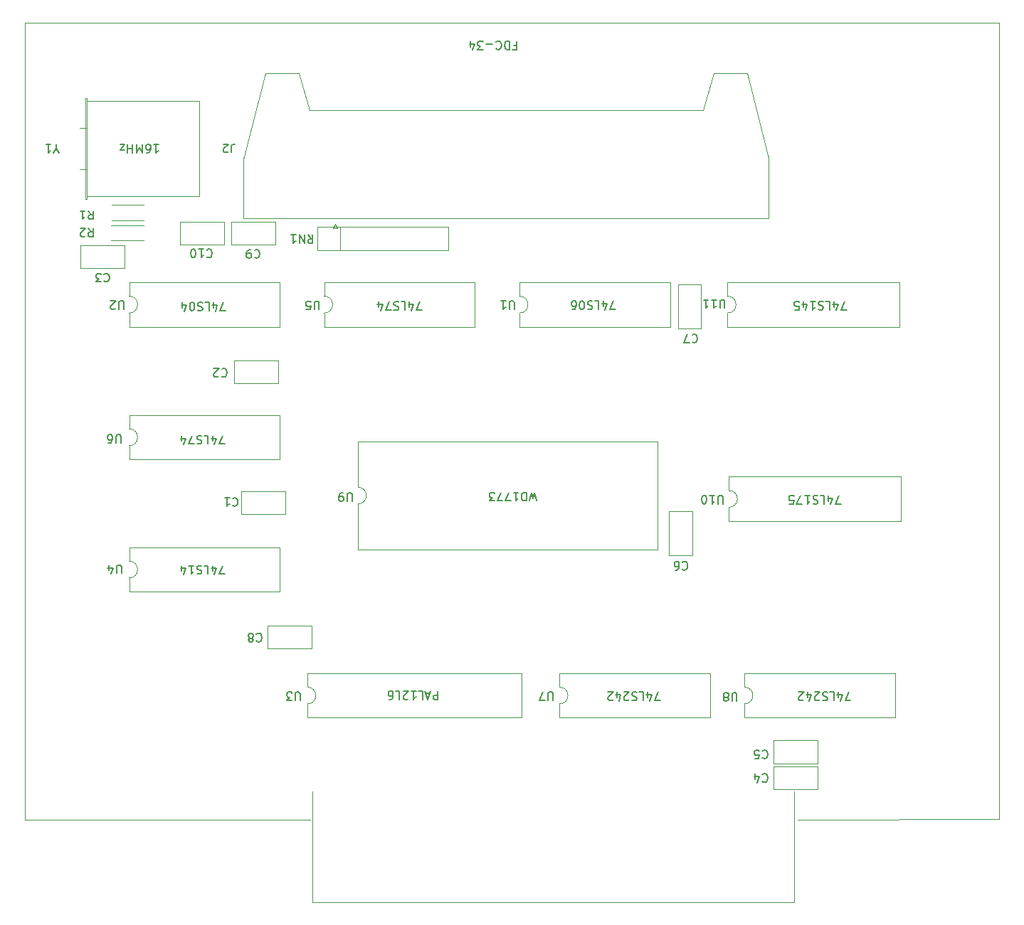
<source format=gbr>
G04 #@! TF.GenerationSoftware,KiCad,Pcbnew,(5.1.2-1)-1*
G04 #@! TF.CreationDate,2021-06-01T15:31:26+01:00*
G04 #@! TF.ProjectId,SFD800,53464438-3030-42e6-9b69-6361645f7063,rev?*
G04 #@! TF.SameCoordinates,Original*
G04 #@! TF.FileFunction,Legend,Top*
G04 #@! TF.FilePolarity,Positive*
%FSLAX46Y46*%
G04 Gerber Fmt 4.6, Leading zero omitted, Abs format (unit mm)*
G04 Created by KiCad (PCBNEW (5.1.2-1)-1) date 2021-06-01 15:31:26*
%MOMM*%
%LPD*%
G04 APERTURE LIST*
%ADD10C,0.120000*%
%ADD11C,0.100000*%
%ADD12C,0.150000*%
G04 APERTURE END LIST*
D10*
X215950000Y-134930000D02*
X192020000Y-134950000D01*
X215940000Y-40070000D02*
X215950000Y-134930000D01*
X100060000Y-40050000D02*
X215940000Y-40070000D01*
X100060000Y-134970000D02*
X100060000Y-40050000D01*
X134020000Y-134970000D02*
X100060000Y-134970000D01*
X137254000Y-64540000D02*
X137000000Y-64032000D01*
X136746000Y-64540000D02*
X137254000Y-64540000D01*
X137000000Y-64032000D02*
X136746000Y-64540000D01*
X126050000Y-63400000D02*
X126050000Y-56300000D01*
X188550000Y-63400000D02*
X188550000Y-56200000D01*
X188550000Y-56200000D02*
X186000000Y-46050000D01*
X186000000Y-46050000D02*
X182050000Y-46050000D01*
X182050000Y-46050000D02*
X180750000Y-50500000D01*
X180750000Y-50500000D02*
X133900000Y-50500000D01*
X133900000Y-50500000D02*
X132650000Y-46050000D01*
X132650000Y-46050000D02*
X128650000Y-46050000D01*
X128650000Y-46050000D02*
X126050000Y-56300000D01*
X188550000Y-63390000D02*
X126090000Y-63390000D01*
D11*
X134250400Y-131601600D02*
X134250400Y-144848400D01*
X134252800Y-144848400D02*
X191552800Y-144848400D01*
X191552800Y-131601600D02*
X191552800Y-144848400D01*
D10*
X107400000Y-49050000D02*
X107400000Y-61050000D01*
X107280000Y-49050000D02*
X107400000Y-49050000D01*
X107280000Y-61050000D02*
X107280000Y-49050000D01*
X107400000Y-61050000D02*
X107280000Y-61050000D01*
X106550000Y-52600000D02*
X106550000Y-52600000D01*
X107400000Y-52600000D02*
X106550000Y-52600000D01*
X106550000Y-57500000D02*
X106550000Y-57500000D01*
X107400000Y-57500000D02*
X106550000Y-57500000D01*
X107400000Y-49400000D02*
X107400000Y-60700000D01*
X120800000Y-49400000D02*
X107400000Y-49400000D01*
X120800000Y-60700000D02*
X120800000Y-49400000D01*
X107400000Y-60700000D02*
X120800000Y-60700000D01*
X183670000Y-70990000D02*
X183670000Y-72640000D01*
X204110000Y-70990000D02*
X183670000Y-70990000D01*
X204110000Y-76290000D02*
X204110000Y-70990000D01*
X183670000Y-76290000D02*
X204110000Y-76290000D01*
X183670000Y-74640000D02*
X183670000Y-76290000D01*
X183670000Y-72640000D02*
G75*
G02X183670000Y-74640000I0J-1000000D01*
G01*
X183830000Y-94130000D02*
X183830000Y-95780000D01*
X204270000Y-94130000D02*
X183830000Y-94130000D01*
X204270000Y-99430000D02*
X204270000Y-94130000D01*
X183830000Y-99430000D02*
X204270000Y-99430000D01*
X183830000Y-97780000D02*
X183830000Y-99430000D01*
X183830000Y-95780000D02*
G75*
G02X183830000Y-97780000I0J-1000000D01*
G01*
X139670000Y-89920000D02*
X139670000Y-95380000D01*
X175350000Y-89920000D02*
X139670000Y-89920000D01*
X175350000Y-102840000D02*
X175350000Y-89920000D01*
X139670000Y-102840000D02*
X175350000Y-102840000D01*
X139670000Y-97380000D02*
X139670000Y-102840000D01*
X139670000Y-95380000D02*
G75*
G02X139670000Y-97380000I0J-1000000D01*
G01*
X185670000Y-117540000D02*
X185670000Y-119190000D01*
X203570000Y-117540000D02*
X185670000Y-117540000D01*
X203570000Y-122840000D02*
X203570000Y-117540000D01*
X185670000Y-122840000D02*
X203570000Y-122840000D01*
X185670000Y-121190000D02*
X185670000Y-122840000D01*
X185670000Y-119190000D02*
G75*
G02X185670000Y-121190000I0J-1000000D01*
G01*
X163670000Y-117540000D02*
X163670000Y-119190000D01*
X181570000Y-117540000D02*
X163670000Y-117540000D01*
X181570000Y-122840000D02*
X181570000Y-117540000D01*
X163670000Y-122840000D02*
X181570000Y-122840000D01*
X163670000Y-121190000D02*
X163670000Y-122840000D01*
X163670000Y-119190000D02*
G75*
G02X163670000Y-121190000I0J-1000000D01*
G01*
X112470000Y-86790000D02*
X112470000Y-88440000D01*
X130370000Y-86790000D02*
X112470000Y-86790000D01*
X130370000Y-92090000D02*
X130370000Y-86790000D01*
X112470000Y-92090000D02*
X130370000Y-92090000D01*
X112470000Y-90440000D02*
X112470000Y-92090000D01*
X112470000Y-88440000D02*
G75*
G02X112470000Y-90440000I0J-1000000D01*
G01*
X135670000Y-70990000D02*
X135670000Y-72640000D01*
X153570000Y-70990000D02*
X135670000Y-70990000D01*
X153570000Y-76290000D02*
X153570000Y-70990000D01*
X135670000Y-76290000D02*
X153570000Y-76290000D01*
X135670000Y-74640000D02*
X135670000Y-76290000D01*
X135670000Y-72640000D02*
G75*
G02X135670000Y-74640000I0J-1000000D01*
G01*
X112470000Y-102540000D02*
X112470000Y-104190000D01*
X130370000Y-102540000D02*
X112470000Y-102540000D01*
X130370000Y-107840000D02*
X130370000Y-102540000D01*
X112470000Y-107840000D02*
X130370000Y-107840000D01*
X112470000Y-106190000D02*
X112470000Y-107840000D01*
X112470000Y-104190000D02*
G75*
G02X112470000Y-106190000I0J-1000000D01*
G01*
X133670000Y-117540000D02*
X133670000Y-119190000D01*
X159190000Y-117540000D02*
X133670000Y-117540000D01*
X159190000Y-122840000D02*
X159190000Y-117540000D01*
X133670000Y-122840000D02*
X159190000Y-122840000D01*
X133670000Y-121190000D02*
X133670000Y-122840000D01*
X133670000Y-119190000D02*
G75*
G02X133670000Y-121190000I0J-1000000D01*
G01*
X112470000Y-70990000D02*
X112470000Y-72640000D01*
X130370000Y-70990000D02*
X112470000Y-70990000D01*
X130370000Y-76290000D02*
X130370000Y-70990000D01*
X112470000Y-76290000D02*
X130370000Y-76290000D01*
X112470000Y-74640000D02*
X112470000Y-76290000D01*
X112470000Y-72640000D02*
G75*
G02X112470000Y-74640000I0J-1000000D01*
G01*
X158920000Y-70990000D02*
X158920000Y-72640000D01*
X176820000Y-70990000D02*
X158920000Y-70990000D01*
X176820000Y-76290000D02*
X176820000Y-70990000D01*
X158920000Y-76290000D02*
X176820000Y-76290000D01*
X158920000Y-74640000D02*
X158920000Y-76290000D01*
X158920000Y-72640000D02*
G75*
G02X158920000Y-74640000I0J-1000000D01*
G01*
X137540000Y-64410000D02*
X137540000Y-67210000D01*
X150410000Y-64410000D02*
X134830000Y-64410000D01*
X150410000Y-67210000D02*
X150410000Y-64410000D01*
X134830000Y-67210000D02*
X150410000Y-67210000D01*
X134830000Y-64410000D02*
X134830000Y-67210000D01*
X110330000Y-66030000D02*
X114170000Y-66030000D01*
X110330000Y-64190000D02*
X114170000Y-64190000D01*
X110350000Y-63590000D02*
X114190000Y-63590000D01*
X110350000Y-61750000D02*
X114190000Y-61750000D01*
X123730000Y-63770000D02*
X123730000Y-66510000D01*
X118490000Y-63770000D02*
X118490000Y-66510000D01*
X118490000Y-66510000D02*
X123730000Y-66510000D01*
X118490000Y-63770000D02*
X123730000Y-63770000D01*
X129880000Y-63750000D02*
X129880000Y-66490000D01*
X124640000Y-63750000D02*
X124640000Y-66490000D01*
X124640000Y-66490000D02*
X129880000Y-66490000D01*
X124640000Y-63750000D02*
X129880000Y-63750000D01*
X134160000Y-111860000D02*
X134160000Y-114600000D01*
X128920000Y-111860000D02*
X128920000Y-114600000D01*
X128920000Y-114600000D02*
X134160000Y-114600000D01*
X128920000Y-111860000D02*
X134160000Y-111860000D01*
X177770000Y-71250000D02*
X180510000Y-71250000D01*
X177770000Y-76490000D02*
X180510000Y-76490000D01*
X180510000Y-76490000D02*
X180510000Y-71250000D01*
X177770000Y-76490000D02*
X177770000Y-71250000D01*
X179460000Y-103490000D02*
X176720000Y-103490000D01*
X179460000Y-98250000D02*
X176720000Y-98250000D01*
X176720000Y-98250000D02*
X176720000Y-103490000D01*
X179460000Y-98250000D02*
X179460000Y-103490000D01*
X194340000Y-125540000D02*
X194340000Y-128280000D01*
X189100000Y-125540000D02*
X189100000Y-128280000D01*
X189100000Y-128280000D02*
X194340000Y-128280000D01*
X189100000Y-125540000D02*
X194340000Y-125540000D01*
X194360000Y-128600000D02*
X194360000Y-131340000D01*
X189120000Y-128600000D02*
X189120000Y-131340000D01*
X189120000Y-131340000D02*
X194360000Y-131340000D01*
X189120000Y-128600000D02*
X194360000Y-128600000D01*
X111910000Y-66560000D02*
X111910000Y-69300000D01*
X106670000Y-66560000D02*
X106670000Y-69300000D01*
X106670000Y-69300000D02*
X111910000Y-69300000D01*
X106670000Y-66560000D02*
X111910000Y-66560000D01*
X130170000Y-80290000D02*
X130170000Y-83030000D01*
X124930000Y-80290000D02*
X124930000Y-83030000D01*
X124930000Y-83030000D02*
X130170000Y-83030000D01*
X124930000Y-80290000D02*
X130170000Y-80290000D01*
X125810000Y-98580000D02*
X125810000Y-95840000D01*
X131050000Y-98580000D02*
X131050000Y-95840000D01*
X131050000Y-95840000D02*
X125810000Y-95840000D01*
X131050000Y-98580000D02*
X125810000Y-98580000D01*
D12*
X124643333Y-55527619D02*
X124643333Y-54813333D01*
X124690952Y-54670476D01*
X124786190Y-54575238D01*
X124929047Y-54527619D01*
X125024285Y-54527619D01*
X124214761Y-55432380D02*
X124167142Y-55480000D01*
X124071904Y-55527619D01*
X123833809Y-55527619D01*
X123738571Y-55480000D01*
X123690952Y-55432380D01*
X123643333Y-55337142D01*
X123643333Y-55241904D01*
X123690952Y-55099047D01*
X124262380Y-54527619D01*
X123643333Y-54527619D01*
X158228571Y-42781428D02*
X158561904Y-42781428D01*
X158561904Y-42257619D02*
X158561904Y-43257619D01*
X158085714Y-43257619D01*
X157704761Y-42257619D02*
X157704761Y-43257619D01*
X157466666Y-43257619D01*
X157323809Y-43210000D01*
X157228571Y-43114761D01*
X157180952Y-43019523D01*
X157133333Y-42829047D01*
X157133333Y-42686190D01*
X157180952Y-42495714D01*
X157228571Y-42400476D01*
X157323809Y-42305238D01*
X157466666Y-42257619D01*
X157704761Y-42257619D01*
X156133333Y-42352857D02*
X156180952Y-42305238D01*
X156323809Y-42257619D01*
X156419047Y-42257619D01*
X156561904Y-42305238D01*
X156657142Y-42400476D01*
X156704761Y-42495714D01*
X156752380Y-42686190D01*
X156752380Y-42829047D01*
X156704761Y-43019523D01*
X156657142Y-43114761D01*
X156561904Y-43210000D01*
X156419047Y-43257619D01*
X156323809Y-43257619D01*
X156180952Y-43210000D01*
X156133333Y-43162380D01*
X155704761Y-42638571D02*
X154942857Y-42638571D01*
X154561904Y-43257619D02*
X153942857Y-43257619D01*
X154276190Y-42876666D01*
X154133333Y-42876666D01*
X154038095Y-42829047D01*
X153990476Y-42781428D01*
X153942857Y-42686190D01*
X153942857Y-42448095D01*
X153990476Y-42352857D01*
X154038095Y-42305238D01*
X154133333Y-42257619D01*
X154419047Y-42257619D01*
X154514285Y-42305238D01*
X154561904Y-42352857D01*
X153085714Y-42924285D02*
X153085714Y-42257619D01*
X153323809Y-43305238D02*
X153561904Y-42590952D01*
X152942857Y-42590952D01*
X103766190Y-55073809D02*
X103766190Y-54597619D01*
X104099523Y-55597619D02*
X103766190Y-55073809D01*
X103432857Y-55597619D01*
X102575714Y-54597619D02*
X103147142Y-54597619D01*
X102861428Y-54597619D02*
X102861428Y-55597619D01*
X102956666Y-55454761D01*
X103051904Y-55359523D01*
X103147142Y-55311904D01*
X115390476Y-54577619D02*
X115961904Y-54577619D01*
X115676190Y-54577619D02*
X115676190Y-55577619D01*
X115771428Y-55434761D01*
X115866666Y-55339523D01*
X115961904Y-55291904D01*
X114533333Y-55577619D02*
X114723809Y-55577619D01*
X114819047Y-55530000D01*
X114866666Y-55482380D01*
X114961904Y-55339523D01*
X115009523Y-55149047D01*
X115009523Y-54768095D01*
X114961904Y-54672857D01*
X114914285Y-54625238D01*
X114819047Y-54577619D01*
X114628571Y-54577619D01*
X114533333Y-54625238D01*
X114485714Y-54672857D01*
X114438095Y-54768095D01*
X114438095Y-55006190D01*
X114485714Y-55101428D01*
X114533333Y-55149047D01*
X114628571Y-55196666D01*
X114819047Y-55196666D01*
X114914285Y-55149047D01*
X114961904Y-55101428D01*
X115009523Y-55006190D01*
X114009523Y-54577619D02*
X114009523Y-55577619D01*
X113676190Y-54863333D01*
X113342857Y-55577619D01*
X113342857Y-54577619D01*
X112866666Y-54577619D02*
X112866666Y-55577619D01*
X112866666Y-55101428D02*
X112295238Y-55101428D01*
X112295238Y-54577619D02*
X112295238Y-55577619D01*
X111914285Y-55244285D02*
X111390476Y-55244285D01*
X111914285Y-54577619D01*
X111390476Y-54577619D01*
X183328095Y-74057619D02*
X183328095Y-73248095D01*
X183280476Y-73152857D01*
X183232857Y-73105238D01*
X183137619Y-73057619D01*
X182947142Y-73057619D01*
X182851904Y-73105238D01*
X182804285Y-73152857D01*
X182756666Y-73248095D01*
X182756666Y-74057619D01*
X181756666Y-73057619D02*
X182328095Y-73057619D01*
X182042380Y-73057619D02*
X182042380Y-74057619D01*
X182137619Y-73914761D01*
X182232857Y-73819523D01*
X182328095Y-73771904D01*
X180804285Y-73057619D02*
X181375714Y-73057619D01*
X181090000Y-73057619D02*
X181090000Y-74057619D01*
X181185238Y-73914761D01*
X181280476Y-73819523D01*
X181375714Y-73771904D01*
X197819047Y-74247619D02*
X197152380Y-74247619D01*
X197580952Y-73247619D01*
X196342857Y-73914285D02*
X196342857Y-73247619D01*
X196580952Y-74295238D02*
X196819047Y-73580952D01*
X196200000Y-73580952D01*
X195342857Y-73247619D02*
X195819047Y-73247619D01*
X195819047Y-74247619D01*
X195057142Y-73295238D02*
X194914285Y-73247619D01*
X194676190Y-73247619D01*
X194580952Y-73295238D01*
X194533333Y-73342857D01*
X194485714Y-73438095D01*
X194485714Y-73533333D01*
X194533333Y-73628571D01*
X194580952Y-73676190D01*
X194676190Y-73723809D01*
X194866666Y-73771428D01*
X194961904Y-73819047D01*
X195009523Y-73866666D01*
X195057142Y-73961904D01*
X195057142Y-74057142D01*
X195009523Y-74152380D01*
X194961904Y-74200000D01*
X194866666Y-74247619D01*
X194628571Y-74247619D01*
X194485714Y-74200000D01*
X193533333Y-73247619D02*
X194104761Y-73247619D01*
X193819047Y-73247619D02*
X193819047Y-74247619D01*
X193914285Y-74104761D01*
X194009523Y-74009523D01*
X194104761Y-73961904D01*
X192676190Y-73914285D02*
X192676190Y-73247619D01*
X192914285Y-74295238D02*
X193152380Y-73580952D01*
X192533333Y-73580952D01*
X191676190Y-74247619D02*
X192152380Y-74247619D01*
X192200000Y-73771428D01*
X192152380Y-73819047D01*
X192057142Y-73866666D01*
X191819047Y-73866666D01*
X191723809Y-73819047D01*
X191676190Y-73771428D01*
X191628571Y-73676190D01*
X191628571Y-73438095D01*
X191676190Y-73342857D01*
X191723809Y-73295238D01*
X191819047Y-73247619D01*
X192057142Y-73247619D01*
X192152380Y-73295238D01*
X192200000Y-73342857D01*
X183108095Y-97357619D02*
X183108095Y-96548095D01*
X183060476Y-96452857D01*
X183012857Y-96405238D01*
X182917619Y-96357619D01*
X182727142Y-96357619D01*
X182631904Y-96405238D01*
X182584285Y-96452857D01*
X182536666Y-96548095D01*
X182536666Y-97357619D01*
X181536666Y-96357619D02*
X182108095Y-96357619D01*
X181822380Y-96357619D02*
X181822380Y-97357619D01*
X181917619Y-97214761D01*
X182012857Y-97119523D01*
X182108095Y-97071904D01*
X180917619Y-97357619D02*
X180822380Y-97357619D01*
X180727142Y-97310000D01*
X180679523Y-97262380D01*
X180631904Y-97167142D01*
X180584285Y-96976666D01*
X180584285Y-96738571D01*
X180631904Y-96548095D01*
X180679523Y-96452857D01*
X180727142Y-96405238D01*
X180822380Y-96357619D01*
X180917619Y-96357619D01*
X181012857Y-96405238D01*
X181060476Y-96452857D01*
X181108095Y-96548095D01*
X181155714Y-96738571D01*
X181155714Y-96976666D01*
X181108095Y-97167142D01*
X181060476Y-97262380D01*
X181012857Y-97310000D01*
X180917619Y-97357619D01*
X197169047Y-97377619D02*
X196502380Y-97377619D01*
X196930952Y-96377619D01*
X195692857Y-97044285D02*
X195692857Y-96377619D01*
X195930952Y-97425238D02*
X196169047Y-96710952D01*
X195550000Y-96710952D01*
X194692857Y-96377619D02*
X195169047Y-96377619D01*
X195169047Y-97377619D01*
X194407142Y-96425238D02*
X194264285Y-96377619D01*
X194026190Y-96377619D01*
X193930952Y-96425238D01*
X193883333Y-96472857D01*
X193835714Y-96568095D01*
X193835714Y-96663333D01*
X193883333Y-96758571D01*
X193930952Y-96806190D01*
X194026190Y-96853809D01*
X194216666Y-96901428D01*
X194311904Y-96949047D01*
X194359523Y-96996666D01*
X194407142Y-97091904D01*
X194407142Y-97187142D01*
X194359523Y-97282380D01*
X194311904Y-97330000D01*
X194216666Y-97377619D01*
X193978571Y-97377619D01*
X193835714Y-97330000D01*
X192883333Y-96377619D02*
X193454761Y-96377619D01*
X193169047Y-96377619D02*
X193169047Y-97377619D01*
X193264285Y-97234761D01*
X193359523Y-97139523D01*
X193454761Y-97091904D01*
X192550000Y-97377619D02*
X191883333Y-97377619D01*
X192311904Y-96377619D01*
X191026190Y-97377619D02*
X191502380Y-97377619D01*
X191550000Y-96901428D01*
X191502380Y-96949047D01*
X191407142Y-96996666D01*
X191169047Y-96996666D01*
X191073809Y-96949047D01*
X191026190Y-96901428D01*
X190978571Y-96806190D01*
X190978571Y-96568095D01*
X191026190Y-96472857D01*
X191073809Y-96425238D01*
X191169047Y-96377619D01*
X191407142Y-96377619D01*
X191502380Y-96425238D01*
X191550000Y-96472857D01*
X138971904Y-97057619D02*
X138971904Y-96248095D01*
X138924285Y-96152857D01*
X138876666Y-96105238D01*
X138781428Y-96057619D01*
X138590952Y-96057619D01*
X138495714Y-96105238D01*
X138448095Y-96152857D01*
X138400476Y-96248095D01*
X138400476Y-97057619D01*
X137876666Y-96057619D02*
X137686190Y-96057619D01*
X137590952Y-96105238D01*
X137543333Y-96152857D01*
X137448095Y-96295714D01*
X137400476Y-96486190D01*
X137400476Y-96867142D01*
X137448095Y-96962380D01*
X137495714Y-97010000D01*
X137590952Y-97057619D01*
X137781428Y-97057619D01*
X137876666Y-97010000D01*
X137924285Y-96962380D01*
X137971904Y-96867142D01*
X137971904Y-96629047D01*
X137924285Y-96533809D01*
X137876666Y-96486190D01*
X137781428Y-96438571D01*
X137590952Y-96438571D01*
X137495714Y-96486190D01*
X137448095Y-96533809D01*
X137400476Y-96629047D01*
X160963333Y-97007619D02*
X160725238Y-96007619D01*
X160534761Y-96721904D01*
X160344285Y-96007619D01*
X160106190Y-97007619D01*
X159725238Y-96007619D02*
X159725238Y-97007619D01*
X159487142Y-97007619D01*
X159344285Y-96960000D01*
X159249047Y-96864761D01*
X159201428Y-96769523D01*
X159153809Y-96579047D01*
X159153809Y-96436190D01*
X159201428Y-96245714D01*
X159249047Y-96150476D01*
X159344285Y-96055238D01*
X159487142Y-96007619D01*
X159725238Y-96007619D01*
X158201428Y-96007619D02*
X158772857Y-96007619D01*
X158487142Y-96007619D02*
X158487142Y-97007619D01*
X158582380Y-96864761D01*
X158677619Y-96769523D01*
X158772857Y-96721904D01*
X157868095Y-97007619D02*
X157201428Y-97007619D01*
X157630000Y-96007619D01*
X156915714Y-97007619D02*
X156249047Y-97007619D01*
X156677619Y-96007619D01*
X155963333Y-97007619D02*
X155344285Y-97007619D01*
X155677619Y-96626666D01*
X155534761Y-96626666D01*
X155439523Y-96579047D01*
X155391904Y-96531428D01*
X155344285Y-96436190D01*
X155344285Y-96198095D01*
X155391904Y-96102857D01*
X155439523Y-96055238D01*
X155534761Y-96007619D01*
X155820476Y-96007619D01*
X155915714Y-96055238D01*
X155963333Y-96102857D01*
X184761904Y-120837619D02*
X184761904Y-120028095D01*
X184714285Y-119932857D01*
X184666666Y-119885238D01*
X184571428Y-119837619D01*
X184380952Y-119837619D01*
X184285714Y-119885238D01*
X184238095Y-119932857D01*
X184190476Y-120028095D01*
X184190476Y-120837619D01*
X183571428Y-120409047D02*
X183666666Y-120456666D01*
X183714285Y-120504285D01*
X183761904Y-120599523D01*
X183761904Y-120647142D01*
X183714285Y-120742380D01*
X183666666Y-120790000D01*
X183571428Y-120837619D01*
X183380952Y-120837619D01*
X183285714Y-120790000D01*
X183238095Y-120742380D01*
X183190476Y-120647142D01*
X183190476Y-120599523D01*
X183238095Y-120504285D01*
X183285714Y-120456666D01*
X183380952Y-120409047D01*
X183571428Y-120409047D01*
X183666666Y-120361428D01*
X183714285Y-120313809D01*
X183761904Y-120218571D01*
X183761904Y-120028095D01*
X183714285Y-119932857D01*
X183666666Y-119885238D01*
X183571428Y-119837619D01*
X183380952Y-119837619D01*
X183285714Y-119885238D01*
X183238095Y-119932857D01*
X183190476Y-120028095D01*
X183190476Y-120218571D01*
X183238095Y-120313809D01*
X183285714Y-120361428D01*
X183380952Y-120409047D01*
X198309047Y-120787619D02*
X197642380Y-120787619D01*
X198070952Y-119787619D01*
X196832857Y-120454285D02*
X196832857Y-119787619D01*
X197070952Y-120835238D02*
X197309047Y-120120952D01*
X196690000Y-120120952D01*
X195832857Y-119787619D02*
X196309047Y-119787619D01*
X196309047Y-120787619D01*
X195547142Y-119835238D02*
X195404285Y-119787619D01*
X195166190Y-119787619D01*
X195070952Y-119835238D01*
X195023333Y-119882857D01*
X194975714Y-119978095D01*
X194975714Y-120073333D01*
X195023333Y-120168571D01*
X195070952Y-120216190D01*
X195166190Y-120263809D01*
X195356666Y-120311428D01*
X195451904Y-120359047D01*
X195499523Y-120406666D01*
X195547142Y-120501904D01*
X195547142Y-120597142D01*
X195499523Y-120692380D01*
X195451904Y-120740000D01*
X195356666Y-120787619D01*
X195118571Y-120787619D01*
X194975714Y-120740000D01*
X194594761Y-120692380D02*
X194547142Y-120740000D01*
X194451904Y-120787619D01*
X194213809Y-120787619D01*
X194118571Y-120740000D01*
X194070952Y-120692380D01*
X194023333Y-120597142D01*
X194023333Y-120501904D01*
X194070952Y-120359047D01*
X194642380Y-119787619D01*
X194023333Y-119787619D01*
X193166190Y-120454285D02*
X193166190Y-119787619D01*
X193404285Y-120835238D02*
X193642380Y-120120952D01*
X193023333Y-120120952D01*
X192690000Y-120692380D02*
X192642380Y-120740000D01*
X192547142Y-120787619D01*
X192309047Y-120787619D01*
X192213809Y-120740000D01*
X192166190Y-120692380D01*
X192118571Y-120597142D01*
X192118571Y-120501904D01*
X192166190Y-120359047D01*
X192737619Y-119787619D01*
X192118571Y-119787619D01*
X162881904Y-120747619D02*
X162881904Y-119938095D01*
X162834285Y-119842857D01*
X162786666Y-119795238D01*
X162691428Y-119747619D01*
X162500952Y-119747619D01*
X162405714Y-119795238D01*
X162358095Y-119842857D01*
X162310476Y-119938095D01*
X162310476Y-120747619D01*
X161929523Y-120747619D02*
X161262857Y-120747619D01*
X161691428Y-119747619D01*
X175629047Y-120787619D02*
X174962380Y-120787619D01*
X175390952Y-119787619D01*
X174152857Y-120454285D02*
X174152857Y-119787619D01*
X174390952Y-120835238D02*
X174629047Y-120120952D01*
X174010000Y-120120952D01*
X173152857Y-119787619D02*
X173629047Y-119787619D01*
X173629047Y-120787619D01*
X172867142Y-119835238D02*
X172724285Y-119787619D01*
X172486190Y-119787619D01*
X172390952Y-119835238D01*
X172343333Y-119882857D01*
X172295714Y-119978095D01*
X172295714Y-120073333D01*
X172343333Y-120168571D01*
X172390952Y-120216190D01*
X172486190Y-120263809D01*
X172676666Y-120311428D01*
X172771904Y-120359047D01*
X172819523Y-120406666D01*
X172867142Y-120501904D01*
X172867142Y-120597142D01*
X172819523Y-120692380D01*
X172771904Y-120740000D01*
X172676666Y-120787619D01*
X172438571Y-120787619D01*
X172295714Y-120740000D01*
X171914761Y-120692380D02*
X171867142Y-120740000D01*
X171771904Y-120787619D01*
X171533809Y-120787619D01*
X171438571Y-120740000D01*
X171390952Y-120692380D01*
X171343333Y-120597142D01*
X171343333Y-120501904D01*
X171390952Y-120359047D01*
X171962380Y-119787619D01*
X171343333Y-119787619D01*
X170486190Y-120454285D02*
X170486190Y-119787619D01*
X170724285Y-120835238D02*
X170962380Y-120120952D01*
X170343333Y-120120952D01*
X170010000Y-120692380D02*
X169962380Y-120740000D01*
X169867142Y-120787619D01*
X169629047Y-120787619D01*
X169533809Y-120740000D01*
X169486190Y-120692380D01*
X169438571Y-120597142D01*
X169438571Y-120501904D01*
X169486190Y-120359047D01*
X170057619Y-119787619D01*
X169438571Y-119787619D01*
X111471904Y-90137619D02*
X111471904Y-89328095D01*
X111424285Y-89232857D01*
X111376666Y-89185238D01*
X111281428Y-89137619D01*
X111090952Y-89137619D01*
X110995714Y-89185238D01*
X110948095Y-89232857D01*
X110900476Y-89328095D01*
X110900476Y-90137619D01*
X109995714Y-90137619D02*
X110186190Y-90137619D01*
X110281428Y-90090000D01*
X110329047Y-90042380D01*
X110424285Y-89899523D01*
X110471904Y-89709047D01*
X110471904Y-89328095D01*
X110424285Y-89232857D01*
X110376666Y-89185238D01*
X110281428Y-89137619D01*
X110090952Y-89137619D01*
X109995714Y-89185238D01*
X109948095Y-89232857D01*
X109900476Y-89328095D01*
X109900476Y-89566190D01*
X109948095Y-89661428D01*
X109995714Y-89709047D01*
X110090952Y-89756666D01*
X110281428Y-89756666D01*
X110376666Y-89709047D01*
X110424285Y-89661428D01*
X110471904Y-89566190D01*
X123862857Y-90237619D02*
X123196190Y-90237619D01*
X123624761Y-89237619D01*
X122386666Y-89904285D02*
X122386666Y-89237619D01*
X122624761Y-90285238D02*
X122862857Y-89570952D01*
X122243809Y-89570952D01*
X121386666Y-89237619D02*
X121862857Y-89237619D01*
X121862857Y-90237619D01*
X121100952Y-89285238D02*
X120958095Y-89237619D01*
X120720000Y-89237619D01*
X120624761Y-89285238D01*
X120577142Y-89332857D01*
X120529523Y-89428095D01*
X120529523Y-89523333D01*
X120577142Y-89618571D01*
X120624761Y-89666190D01*
X120720000Y-89713809D01*
X120910476Y-89761428D01*
X121005714Y-89809047D01*
X121053333Y-89856666D01*
X121100952Y-89951904D01*
X121100952Y-90047142D01*
X121053333Y-90142380D01*
X121005714Y-90190000D01*
X120910476Y-90237619D01*
X120672380Y-90237619D01*
X120529523Y-90190000D01*
X120196190Y-90237619D02*
X119529523Y-90237619D01*
X119958095Y-89237619D01*
X118720000Y-89904285D02*
X118720000Y-89237619D01*
X118958095Y-90285238D02*
X119196190Y-89570952D01*
X118577142Y-89570952D01*
X135071904Y-74237619D02*
X135071904Y-73428095D01*
X135024285Y-73332857D01*
X134976666Y-73285238D01*
X134881428Y-73237619D01*
X134690952Y-73237619D01*
X134595714Y-73285238D01*
X134548095Y-73332857D01*
X134500476Y-73428095D01*
X134500476Y-74237619D01*
X133548095Y-74237619D02*
X134024285Y-74237619D01*
X134071904Y-73761428D01*
X134024285Y-73809047D01*
X133929047Y-73856666D01*
X133690952Y-73856666D01*
X133595714Y-73809047D01*
X133548095Y-73761428D01*
X133500476Y-73666190D01*
X133500476Y-73428095D01*
X133548095Y-73332857D01*
X133595714Y-73285238D01*
X133690952Y-73237619D01*
X133929047Y-73237619D01*
X134024285Y-73285238D01*
X134071904Y-73332857D01*
X147292857Y-74297619D02*
X146626190Y-74297619D01*
X147054761Y-73297619D01*
X145816666Y-73964285D02*
X145816666Y-73297619D01*
X146054761Y-74345238D02*
X146292857Y-73630952D01*
X145673809Y-73630952D01*
X144816666Y-73297619D02*
X145292857Y-73297619D01*
X145292857Y-74297619D01*
X144530952Y-73345238D02*
X144388095Y-73297619D01*
X144150000Y-73297619D01*
X144054761Y-73345238D01*
X144007142Y-73392857D01*
X143959523Y-73488095D01*
X143959523Y-73583333D01*
X144007142Y-73678571D01*
X144054761Y-73726190D01*
X144150000Y-73773809D01*
X144340476Y-73821428D01*
X144435714Y-73869047D01*
X144483333Y-73916666D01*
X144530952Y-74011904D01*
X144530952Y-74107142D01*
X144483333Y-74202380D01*
X144435714Y-74250000D01*
X144340476Y-74297619D01*
X144102380Y-74297619D01*
X143959523Y-74250000D01*
X143626190Y-74297619D02*
X142959523Y-74297619D01*
X143388095Y-73297619D01*
X142150000Y-73964285D02*
X142150000Y-73297619D01*
X142388095Y-74345238D02*
X142626190Y-73630952D01*
X142007142Y-73630952D01*
X111541904Y-105647619D02*
X111541904Y-104838095D01*
X111494285Y-104742857D01*
X111446666Y-104695238D01*
X111351428Y-104647619D01*
X111160952Y-104647619D01*
X111065714Y-104695238D01*
X111018095Y-104742857D01*
X110970476Y-104838095D01*
X110970476Y-105647619D01*
X110065714Y-105314285D02*
X110065714Y-104647619D01*
X110303809Y-105695238D02*
X110541904Y-104980952D01*
X109922857Y-104980952D01*
X123862857Y-105727619D02*
X123196190Y-105727619D01*
X123624761Y-104727619D01*
X122386666Y-105394285D02*
X122386666Y-104727619D01*
X122624761Y-105775238D02*
X122862857Y-105060952D01*
X122243809Y-105060952D01*
X121386666Y-104727619D02*
X121862857Y-104727619D01*
X121862857Y-105727619D01*
X121100952Y-104775238D02*
X120958095Y-104727619D01*
X120720000Y-104727619D01*
X120624761Y-104775238D01*
X120577142Y-104822857D01*
X120529523Y-104918095D01*
X120529523Y-105013333D01*
X120577142Y-105108571D01*
X120624761Y-105156190D01*
X120720000Y-105203809D01*
X120910476Y-105251428D01*
X121005714Y-105299047D01*
X121053333Y-105346666D01*
X121100952Y-105441904D01*
X121100952Y-105537142D01*
X121053333Y-105632380D01*
X121005714Y-105680000D01*
X120910476Y-105727619D01*
X120672380Y-105727619D01*
X120529523Y-105680000D01*
X119577142Y-104727619D02*
X120148571Y-104727619D01*
X119862857Y-104727619D02*
X119862857Y-105727619D01*
X119958095Y-105584761D01*
X120053333Y-105489523D01*
X120148571Y-105441904D01*
X118720000Y-105394285D02*
X118720000Y-104727619D01*
X118958095Y-105775238D02*
X119196190Y-105060952D01*
X118577142Y-105060952D01*
X132791904Y-120787619D02*
X132791904Y-119978095D01*
X132744285Y-119882857D01*
X132696666Y-119835238D01*
X132601428Y-119787619D01*
X132410952Y-119787619D01*
X132315714Y-119835238D01*
X132268095Y-119882857D01*
X132220476Y-119978095D01*
X132220476Y-120787619D01*
X131839523Y-120787619D02*
X131220476Y-120787619D01*
X131553809Y-120406666D01*
X131410952Y-120406666D01*
X131315714Y-120359047D01*
X131268095Y-120311428D01*
X131220476Y-120216190D01*
X131220476Y-119978095D01*
X131268095Y-119882857D01*
X131315714Y-119835238D01*
X131410952Y-119787619D01*
X131696666Y-119787619D01*
X131791904Y-119835238D01*
X131839523Y-119882857D01*
X149208571Y-119657619D02*
X149208571Y-120657619D01*
X148827619Y-120657619D01*
X148732380Y-120610000D01*
X148684761Y-120562380D01*
X148637142Y-120467142D01*
X148637142Y-120324285D01*
X148684761Y-120229047D01*
X148732380Y-120181428D01*
X148827619Y-120133809D01*
X149208571Y-120133809D01*
X148256190Y-119943333D02*
X147780000Y-119943333D01*
X148351428Y-119657619D02*
X148018095Y-120657619D01*
X147684761Y-119657619D01*
X146875238Y-119657619D02*
X147351428Y-119657619D01*
X147351428Y-120657619D01*
X146018095Y-119657619D02*
X146589523Y-119657619D01*
X146303809Y-119657619D02*
X146303809Y-120657619D01*
X146399047Y-120514761D01*
X146494285Y-120419523D01*
X146589523Y-120371904D01*
X145637142Y-120562380D02*
X145589523Y-120610000D01*
X145494285Y-120657619D01*
X145256190Y-120657619D01*
X145160952Y-120610000D01*
X145113333Y-120562380D01*
X145065714Y-120467142D01*
X145065714Y-120371904D01*
X145113333Y-120229047D01*
X145684761Y-119657619D01*
X145065714Y-119657619D01*
X144160952Y-119657619D02*
X144637142Y-119657619D01*
X144637142Y-120657619D01*
X143399047Y-120657619D02*
X143589523Y-120657619D01*
X143684761Y-120610000D01*
X143732380Y-120562380D01*
X143827619Y-120419523D01*
X143875238Y-120229047D01*
X143875238Y-119848095D01*
X143827619Y-119752857D01*
X143780000Y-119705238D01*
X143684761Y-119657619D01*
X143494285Y-119657619D01*
X143399047Y-119705238D01*
X143351428Y-119752857D01*
X143303809Y-119848095D01*
X143303809Y-120086190D01*
X143351428Y-120181428D01*
X143399047Y-120229047D01*
X143494285Y-120276666D01*
X143684761Y-120276666D01*
X143780000Y-120229047D01*
X143827619Y-120181428D01*
X143875238Y-120086190D01*
X111811904Y-74187619D02*
X111811904Y-73378095D01*
X111764285Y-73282857D01*
X111716666Y-73235238D01*
X111621428Y-73187619D01*
X111430952Y-73187619D01*
X111335714Y-73235238D01*
X111288095Y-73282857D01*
X111240476Y-73378095D01*
X111240476Y-74187619D01*
X110811904Y-74092380D02*
X110764285Y-74140000D01*
X110669047Y-74187619D01*
X110430952Y-74187619D01*
X110335714Y-74140000D01*
X110288095Y-74092380D01*
X110240476Y-73997142D01*
X110240476Y-73901904D01*
X110288095Y-73759047D01*
X110859523Y-73187619D01*
X110240476Y-73187619D01*
X123952857Y-74367619D02*
X123286190Y-74367619D01*
X123714761Y-73367619D01*
X122476666Y-74034285D02*
X122476666Y-73367619D01*
X122714761Y-74415238D02*
X122952857Y-73700952D01*
X122333809Y-73700952D01*
X121476666Y-73367619D02*
X121952857Y-73367619D01*
X121952857Y-74367619D01*
X121190952Y-73415238D02*
X121048095Y-73367619D01*
X120810000Y-73367619D01*
X120714761Y-73415238D01*
X120667142Y-73462857D01*
X120619523Y-73558095D01*
X120619523Y-73653333D01*
X120667142Y-73748571D01*
X120714761Y-73796190D01*
X120810000Y-73843809D01*
X121000476Y-73891428D01*
X121095714Y-73939047D01*
X121143333Y-73986666D01*
X121190952Y-74081904D01*
X121190952Y-74177142D01*
X121143333Y-74272380D01*
X121095714Y-74320000D01*
X121000476Y-74367619D01*
X120762380Y-74367619D01*
X120619523Y-74320000D01*
X120000476Y-74367619D02*
X119905238Y-74367619D01*
X119810000Y-74320000D01*
X119762380Y-74272380D01*
X119714761Y-74177142D01*
X119667142Y-73986666D01*
X119667142Y-73748571D01*
X119714761Y-73558095D01*
X119762380Y-73462857D01*
X119810000Y-73415238D01*
X119905238Y-73367619D01*
X120000476Y-73367619D01*
X120095714Y-73415238D01*
X120143333Y-73462857D01*
X120190952Y-73558095D01*
X120238571Y-73748571D01*
X120238571Y-73986666D01*
X120190952Y-74177142D01*
X120143333Y-74272380D01*
X120095714Y-74320000D01*
X120000476Y-74367619D01*
X118810000Y-74034285D02*
X118810000Y-73367619D01*
X119048095Y-74415238D02*
X119286190Y-73700952D01*
X118667142Y-73700952D01*
X158281904Y-74207619D02*
X158281904Y-73398095D01*
X158234285Y-73302857D01*
X158186666Y-73255238D01*
X158091428Y-73207619D01*
X157900952Y-73207619D01*
X157805714Y-73255238D01*
X157758095Y-73302857D01*
X157710476Y-73398095D01*
X157710476Y-74207619D01*
X156710476Y-73207619D02*
X157281904Y-73207619D01*
X156996190Y-73207619D02*
X156996190Y-74207619D01*
X157091428Y-74064761D01*
X157186666Y-73969523D01*
X157281904Y-73921904D01*
X170332857Y-74217619D02*
X169666190Y-74217619D01*
X170094761Y-73217619D01*
X168856666Y-73884285D02*
X168856666Y-73217619D01*
X169094761Y-74265238D02*
X169332857Y-73550952D01*
X168713809Y-73550952D01*
X167856666Y-73217619D02*
X168332857Y-73217619D01*
X168332857Y-74217619D01*
X167570952Y-73265238D02*
X167428095Y-73217619D01*
X167190000Y-73217619D01*
X167094761Y-73265238D01*
X167047142Y-73312857D01*
X166999523Y-73408095D01*
X166999523Y-73503333D01*
X167047142Y-73598571D01*
X167094761Y-73646190D01*
X167190000Y-73693809D01*
X167380476Y-73741428D01*
X167475714Y-73789047D01*
X167523333Y-73836666D01*
X167570952Y-73931904D01*
X167570952Y-74027142D01*
X167523333Y-74122380D01*
X167475714Y-74170000D01*
X167380476Y-74217619D01*
X167142380Y-74217619D01*
X166999523Y-74170000D01*
X166380476Y-74217619D02*
X166285238Y-74217619D01*
X166190000Y-74170000D01*
X166142380Y-74122380D01*
X166094761Y-74027142D01*
X166047142Y-73836666D01*
X166047142Y-73598571D01*
X166094761Y-73408095D01*
X166142380Y-73312857D01*
X166190000Y-73265238D01*
X166285238Y-73217619D01*
X166380476Y-73217619D01*
X166475714Y-73265238D01*
X166523333Y-73312857D01*
X166570952Y-73408095D01*
X166618571Y-73598571D01*
X166618571Y-73836666D01*
X166570952Y-74027142D01*
X166523333Y-74122380D01*
X166475714Y-74170000D01*
X166380476Y-74217619D01*
X165190000Y-74217619D02*
X165380476Y-74217619D01*
X165475714Y-74170000D01*
X165523333Y-74122380D01*
X165618571Y-73979523D01*
X165666190Y-73789047D01*
X165666190Y-73408095D01*
X165618571Y-73312857D01*
X165570952Y-73265238D01*
X165475714Y-73217619D01*
X165285238Y-73217619D01*
X165190000Y-73265238D01*
X165142380Y-73312857D01*
X165094761Y-73408095D01*
X165094761Y-73646190D01*
X165142380Y-73741428D01*
X165190000Y-73789047D01*
X165285238Y-73836666D01*
X165475714Y-73836666D01*
X165570952Y-73789047D01*
X165618571Y-73741428D01*
X165666190Y-73646190D01*
X133730476Y-65337619D02*
X134063809Y-65813809D01*
X134301904Y-65337619D02*
X134301904Y-66337619D01*
X133920952Y-66337619D01*
X133825714Y-66290000D01*
X133778095Y-66242380D01*
X133730476Y-66147142D01*
X133730476Y-66004285D01*
X133778095Y-65909047D01*
X133825714Y-65861428D01*
X133920952Y-65813809D01*
X134301904Y-65813809D01*
X133301904Y-65337619D02*
X133301904Y-66337619D01*
X132730476Y-65337619D01*
X132730476Y-66337619D01*
X131730476Y-65337619D02*
X132301904Y-65337619D01*
X132016190Y-65337619D02*
X132016190Y-66337619D01*
X132111428Y-66194761D01*
X132206666Y-66099523D01*
X132301904Y-66051904D01*
X107586666Y-64537619D02*
X107920000Y-65013809D01*
X108158095Y-64537619D02*
X108158095Y-65537619D01*
X107777142Y-65537619D01*
X107681904Y-65490000D01*
X107634285Y-65442380D01*
X107586666Y-65347142D01*
X107586666Y-65204285D01*
X107634285Y-65109047D01*
X107681904Y-65061428D01*
X107777142Y-65013809D01*
X108158095Y-65013809D01*
X107205714Y-65442380D02*
X107158095Y-65490000D01*
X107062857Y-65537619D01*
X106824761Y-65537619D01*
X106729523Y-65490000D01*
X106681904Y-65442380D01*
X106634285Y-65347142D01*
X106634285Y-65251904D01*
X106681904Y-65109047D01*
X107253333Y-64537619D01*
X106634285Y-64537619D01*
X107596666Y-62487619D02*
X107930000Y-62963809D01*
X108168095Y-62487619D02*
X108168095Y-63487619D01*
X107787142Y-63487619D01*
X107691904Y-63440000D01*
X107644285Y-63392380D01*
X107596666Y-63297142D01*
X107596666Y-63154285D01*
X107644285Y-63059047D01*
X107691904Y-63011428D01*
X107787142Y-62963809D01*
X108168095Y-62963809D01*
X106644285Y-62487619D02*
X107215714Y-62487619D01*
X106930000Y-62487619D02*
X106930000Y-63487619D01*
X107025238Y-63344761D01*
X107120476Y-63249523D01*
X107215714Y-63201904D01*
X121712857Y-67132857D02*
X121760476Y-67085238D01*
X121903333Y-67037619D01*
X121998571Y-67037619D01*
X122141428Y-67085238D01*
X122236666Y-67180476D01*
X122284285Y-67275714D01*
X122331904Y-67466190D01*
X122331904Y-67609047D01*
X122284285Y-67799523D01*
X122236666Y-67894761D01*
X122141428Y-67990000D01*
X121998571Y-68037619D01*
X121903333Y-68037619D01*
X121760476Y-67990000D01*
X121712857Y-67942380D01*
X120760476Y-67037619D02*
X121331904Y-67037619D01*
X121046190Y-67037619D02*
X121046190Y-68037619D01*
X121141428Y-67894761D01*
X121236666Y-67799523D01*
X121331904Y-67751904D01*
X120141428Y-68037619D02*
X120046190Y-68037619D01*
X119950952Y-67990000D01*
X119903333Y-67942380D01*
X119855714Y-67847142D01*
X119808095Y-67656666D01*
X119808095Y-67418571D01*
X119855714Y-67228095D01*
X119903333Y-67132857D01*
X119950952Y-67085238D01*
X120046190Y-67037619D01*
X120141428Y-67037619D01*
X120236666Y-67085238D01*
X120284285Y-67132857D01*
X120331904Y-67228095D01*
X120379523Y-67418571D01*
X120379523Y-67656666D01*
X120331904Y-67847142D01*
X120284285Y-67942380D01*
X120236666Y-67990000D01*
X120141428Y-68037619D01*
X127386666Y-67192857D02*
X127434285Y-67145238D01*
X127577142Y-67097619D01*
X127672380Y-67097619D01*
X127815238Y-67145238D01*
X127910476Y-67240476D01*
X127958095Y-67335714D01*
X128005714Y-67526190D01*
X128005714Y-67669047D01*
X127958095Y-67859523D01*
X127910476Y-67954761D01*
X127815238Y-68050000D01*
X127672380Y-68097619D01*
X127577142Y-68097619D01*
X127434285Y-68050000D01*
X127386666Y-68002380D01*
X126910476Y-67097619D02*
X126720000Y-67097619D01*
X126624761Y-67145238D01*
X126577142Y-67192857D01*
X126481904Y-67335714D01*
X126434285Y-67526190D01*
X126434285Y-67907142D01*
X126481904Y-68002380D01*
X126529523Y-68050000D01*
X126624761Y-68097619D01*
X126815238Y-68097619D01*
X126910476Y-68050000D01*
X126958095Y-68002380D01*
X127005714Y-67907142D01*
X127005714Y-67669047D01*
X126958095Y-67573809D01*
X126910476Y-67526190D01*
X126815238Y-67478571D01*
X126624761Y-67478571D01*
X126529523Y-67526190D01*
X126481904Y-67573809D01*
X126434285Y-67669047D01*
X127616666Y-112882857D02*
X127664285Y-112835238D01*
X127807142Y-112787619D01*
X127902380Y-112787619D01*
X128045238Y-112835238D01*
X128140476Y-112930476D01*
X128188095Y-113025714D01*
X128235714Y-113216190D01*
X128235714Y-113359047D01*
X128188095Y-113549523D01*
X128140476Y-113644761D01*
X128045238Y-113740000D01*
X127902380Y-113787619D01*
X127807142Y-113787619D01*
X127664285Y-113740000D01*
X127616666Y-113692380D01*
X127045238Y-113359047D02*
X127140476Y-113406666D01*
X127188095Y-113454285D01*
X127235714Y-113549523D01*
X127235714Y-113597142D01*
X127188095Y-113692380D01*
X127140476Y-113740000D01*
X127045238Y-113787619D01*
X126854761Y-113787619D01*
X126759523Y-113740000D01*
X126711904Y-113692380D01*
X126664285Y-113597142D01*
X126664285Y-113549523D01*
X126711904Y-113454285D01*
X126759523Y-113406666D01*
X126854761Y-113359047D01*
X127045238Y-113359047D01*
X127140476Y-113311428D01*
X127188095Y-113263809D01*
X127235714Y-113168571D01*
X127235714Y-112978095D01*
X127188095Y-112882857D01*
X127140476Y-112835238D01*
X127045238Y-112787619D01*
X126854761Y-112787619D01*
X126759523Y-112835238D01*
X126711904Y-112882857D01*
X126664285Y-112978095D01*
X126664285Y-113168571D01*
X126711904Y-113263809D01*
X126759523Y-113311428D01*
X126854761Y-113359047D01*
X179456666Y-77262857D02*
X179504285Y-77215238D01*
X179647142Y-77167619D01*
X179742380Y-77167619D01*
X179885238Y-77215238D01*
X179980476Y-77310476D01*
X180028095Y-77405714D01*
X180075714Y-77596190D01*
X180075714Y-77739047D01*
X180028095Y-77929523D01*
X179980476Y-78024761D01*
X179885238Y-78120000D01*
X179742380Y-78167619D01*
X179647142Y-78167619D01*
X179504285Y-78120000D01*
X179456666Y-78072380D01*
X179123333Y-78167619D02*
X178456666Y-78167619D01*
X178885238Y-77167619D01*
X178286666Y-104332857D02*
X178334285Y-104285238D01*
X178477142Y-104237619D01*
X178572380Y-104237619D01*
X178715238Y-104285238D01*
X178810476Y-104380476D01*
X178858095Y-104475714D01*
X178905714Y-104666190D01*
X178905714Y-104809047D01*
X178858095Y-104999523D01*
X178810476Y-105094761D01*
X178715238Y-105190000D01*
X178572380Y-105237619D01*
X178477142Y-105237619D01*
X178334285Y-105190000D01*
X178286666Y-105142380D01*
X177429523Y-105237619D02*
X177620000Y-105237619D01*
X177715238Y-105190000D01*
X177762857Y-105142380D01*
X177858095Y-104999523D01*
X177905714Y-104809047D01*
X177905714Y-104428095D01*
X177858095Y-104332857D01*
X177810476Y-104285238D01*
X177715238Y-104237619D01*
X177524761Y-104237619D01*
X177429523Y-104285238D01*
X177381904Y-104332857D01*
X177334285Y-104428095D01*
X177334285Y-104666190D01*
X177381904Y-104761428D01*
X177429523Y-104809047D01*
X177524761Y-104856666D01*
X177715238Y-104856666D01*
X177810476Y-104809047D01*
X177858095Y-104761428D01*
X177905714Y-104666190D01*
X187816666Y-126802857D02*
X187864285Y-126755238D01*
X188007142Y-126707619D01*
X188102380Y-126707619D01*
X188245238Y-126755238D01*
X188340476Y-126850476D01*
X188388095Y-126945714D01*
X188435714Y-127136190D01*
X188435714Y-127279047D01*
X188388095Y-127469523D01*
X188340476Y-127564761D01*
X188245238Y-127660000D01*
X188102380Y-127707619D01*
X188007142Y-127707619D01*
X187864285Y-127660000D01*
X187816666Y-127612380D01*
X186911904Y-127707619D02*
X187388095Y-127707619D01*
X187435714Y-127231428D01*
X187388095Y-127279047D01*
X187292857Y-127326666D01*
X187054761Y-127326666D01*
X186959523Y-127279047D01*
X186911904Y-127231428D01*
X186864285Y-127136190D01*
X186864285Y-126898095D01*
X186911904Y-126802857D01*
X186959523Y-126755238D01*
X187054761Y-126707619D01*
X187292857Y-126707619D01*
X187388095Y-126755238D01*
X187435714Y-126802857D01*
X187816666Y-129612857D02*
X187864285Y-129565238D01*
X188007142Y-129517619D01*
X188102380Y-129517619D01*
X188245238Y-129565238D01*
X188340476Y-129660476D01*
X188388095Y-129755714D01*
X188435714Y-129946190D01*
X188435714Y-130089047D01*
X188388095Y-130279523D01*
X188340476Y-130374761D01*
X188245238Y-130470000D01*
X188102380Y-130517619D01*
X188007142Y-130517619D01*
X187864285Y-130470000D01*
X187816666Y-130422380D01*
X186959523Y-130184285D02*
X186959523Y-129517619D01*
X187197619Y-130565238D02*
X187435714Y-129850952D01*
X186816666Y-129850952D01*
X109476666Y-70022857D02*
X109524285Y-69975238D01*
X109667142Y-69927619D01*
X109762380Y-69927619D01*
X109905238Y-69975238D01*
X110000476Y-70070476D01*
X110048095Y-70165714D01*
X110095714Y-70356190D01*
X110095714Y-70499047D01*
X110048095Y-70689523D01*
X110000476Y-70784761D01*
X109905238Y-70880000D01*
X109762380Y-70927619D01*
X109667142Y-70927619D01*
X109524285Y-70880000D01*
X109476666Y-70832380D01*
X109143333Y-70927619D02*
X108524285Y-70927619D01*
X108857619Y-70546666D01*
X108714761Y-70546666D01*
X108619523Y-70499047D01*
X108571904Y-70451428D01*
X108524285Y-70356190D01*
X108524285Y-70118095D01*
X108571904Y-70022857D01*
X108619523Y-69975238D01*
X108714761Y-69927619D01*
X109000476Y-69927619D01*
X109095714Y-69975238D01*
X109143333Y-70022857D01*
X123476666Y-81352857D02*
X123524285Y-81305238D01*
X123667142Y-81257619D01*
X123762380Y-81257619D01*
X123905238Y-81305238D01*
X124000476Y-81400476D01*
X124048095Y-81495714D01*
X124095714Y-81686190D01*
X124095714Y-81829047D01*
X124048095Y-82019523D01*
X124000476Y-82114761D01*
X123905238Y-82210000D01*
X123762380Y-82257619D01*
X123667142Y-82257619D01*
X123524285Y-82210000D01*
X123476666Y-82162380D01*
X123095714Y-82162380D02*
X123048095Y-82210000D01*
X122952857Y-82257619D01*
X122714761Y-82257619D01*
X122619523Y-82210000D01*
X122571904Y-82162380D01*
X122524285Y-82067142D01*
X122524285Y-81971904D01*
X122571904Y-81829047D01*
X123143333Y-81257619D01*
X122524285Y-81257619D01*
X124786666Y-96752857D02*
X124834285Y-96705238D01*
X124977142Y-96657619D01*
X125072380Y-96657619D01*
X125215238Y-96705238D01*
X125310476Y-96800476D01*
X125358095Y-96895714D01*
X125405714Y-97086190D01*
X125405714Y-97229047D01*
X125358095Y-97419523D01*
X125310476Y-97514761D01*
X125215238Y-97610000D01*
X125072380Y-97657619D01*
X124977142Y-97657619D01*
X124834285Y-97610000D01*
X124786666Y-97562380D01*
X123834285Y-96657619D02*
X124405714Y-96657619D01*
X124120000Y-96657619D02*
X124120000Y-97657619D01*
X124215238Y-97514761D01*
X124310476Y-97419523D01*
X124405714Y-97371904D01*
M02*

</source>
